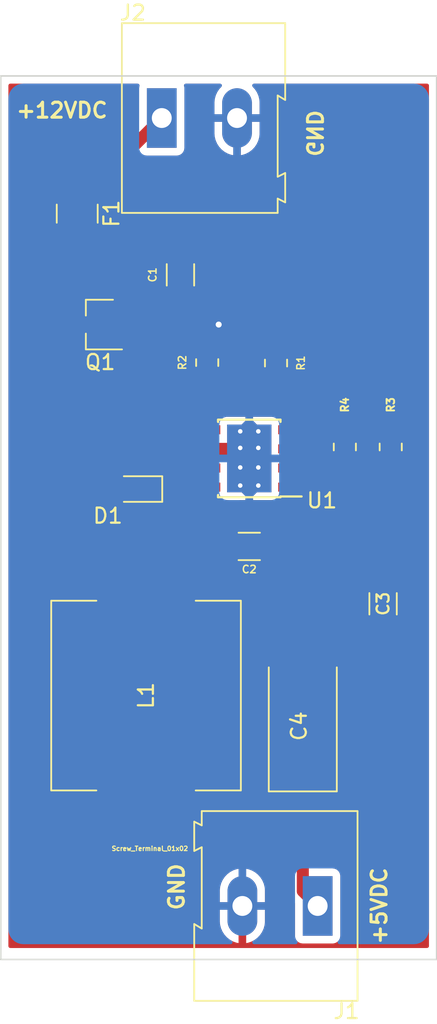
<source format=kicad_pcb>
(kicad_pcb (version 20210126) (generator pcbnew)
  (layers (0 "F.Cu" signal) (31 "B.Cu" signal) (34 "B.Paste" user) (35 "F.Paste" user) (36 "B.SilkS" user "B.Silkscreen") (37 "F.SilkS" user "F.Silkscreen") (38 "B.Mask" user) (39 "F.Mask" user) (44 "Edge.Cuts" user))
  (net 0 "")
  (net 1 "GND")
  (net 2 "Net-(C2-Pad2)")
  (net 3 "Net-(C1-Pad1)")
  (net 4 "Net-(R1-Pad2)")
  (net 5 "F8")
  (net 8 "Net-(C2-Pad1)")
  (net 9 "+5V")
  (net 10 "Net-(F1-Pad2)")
  (net 11 "VCC")
  (footprint "Capacitor_SMD:C_1206_3216Metric_Pad1.33x1.80mm_HandSolder" (layer "F.Cu") (at 115.824 95.758 180)
    (fp_text reference "C2" (at 0 -1.524) (layer "F.SilkS") (effects (font (size 0.5 0.5) (thickness 0.1))))
    (fp_text value "10u")
    (fp_line (start -0.711252 0.91) (end 0.711252 0.91) (layer "F.SilkS") (width 0.12))
    (fp_line (start -0.711252 -0.91) (end 0.711252 -0.91) (layer "F.SilkS") (width 0.12))
    (pad "1" smd roundrect (at -1.5625 0 180) (size 1.325 1.8) (layers "F.Cu" "F.Paste" "F.Mask") (roundrect_rratio 0.188679) (net 8 "Net-(C2-Pad1)"))
    (pad "2" smd roundrect (at 1.5625 0 180) (size 1.325 1.8) (layers "F.Cu" "F.Paste" "F.Mask") (roundrect_rratio 0.188679) (net 2 "Net-(C2-Pad2)"))
  )
  (footprint "TerminalBlock:TerminalBlock_Altech_AK300-2_P5.00mm" (layer "F.Cu") (at 120.367 119.634 180)
    (fp_text reference "J1" (at -1.92 -6.99) (layer "F.SilkS"))
    (fp_text value "Screw_Terminal_01x02" (at 11.147 3.81) (layer "F.SilkS") (effects (font (size 0.3 0.3) (thickness 0.075))))
    (fp_line (start 7.7 6.3) (end 7.7 5.35) (layer "F.SilkS") (width 0.12))
    (fp_line (start 7.7 5.35) (end 8.2 5.6) (layer "F.SilkS") (width 0.12))
    (fp_line (start 8.2 -1.2) (end 8.2 -6.3) (layer "F.SilkS") (width 0.12))
    (fp_line (start -2.65 -6.3) (end -2.65 6.3) (layer "F.SilkS") (width 0.12))
    (fp_line (start 8.2 3.65) (end 7.7 3.9) (layer "F.SilkS") (width 0.12))
    (fp_line (start 7.7 -1.5) (end 8.2 -1.2) (layer "F.SilkS") (width 0.12))
    (fp_line (start 7.7 3.9) (end 7.7 -1.5) (layer "F.SilkS") (width 0.12))
    (fp_line (start 8.2 -6.3) (end -2.65 -6.3) (layer "F.SilkS") (width 0.12))
    (fp_line (start -2.65 6.3) (end 7.7 6.3) (layer "F.SilkS") (width 0.12))
    (fp_line (start 8.2 3.7) (end 8.2 3.65) (layer "F.SilkS") (width 0.12))
    (fp_line (start 8.2 5.6) (end 8.2 3.7) (layer "F.SilkS") (width 0.12))
    (pad "1" thru_hole rect (at 0 0 180) (size 1.98 3.96) (drill 1.32) (layers *.Cu *.Mask) (net 9 "+5V"))
    (pad "2" thru_hole oval (at 5 0 180) (size 1.98 3.96) (drill 1.32) (layers *.Cu *.Mask) (net 1 "GND"))
  )
  (footprint "Fuse:Fuse_1210_3225Metric_Pad1.42x2.65mm_HandSolder" (layer "F.Cu") (at 104.394 73.66 -90)
    (fp_text reference "F1" (at 0 -2.28 90) (layer "F.SilkS"))
    (fp_text value "500mA")
    (fp_line (start -0.602064 1.36) (end 0.602064 1.36) (layer "F.SilkS") (width 0.12))
    (fp_line (start -0.602064 -1.36) (end 0.602064 -1.36) (layer "F.SilkS") (width 0.12))
    (pad "1" smd roundrect (at -1.4875 0 270) (size 1.425 2.65) (layers "F.Cu" "F.Paste" "F.Mask") (roundrect_rratio 0.175439) (net 11 "VCC"))
    (pad "2" smd roundrect (at 1.4875 0 270) (size 1.425 2.65) (layers "F.Cu" "F.Paste" "F.Mask") (roundrect_rratio 0.175439) (net 10 "Net-(F1-Pad2)"))
  )
  (footprint "Resistor_SMD:R_0805_2012Metric_Pad1.20x1.40mm_HandSolder" (layer "F.Cu") (at 113.03 83.55 90)
    (fp_text reference "R2" (at 0 -1.65 90) (layer "F.SilkS") (effects (font (size 0.5 0.5) (thickness 0.1))))
    (fp_text value "100k")
    (fp_line (start -0.227064 -0.735) (end 0.227064 -0.735) (layer "F.SilkS") (width 0.12))
    (fp_line (start -0.227064 0.735) (end 0.227064 0.735) (layer "F.SilkS") (width 0.12))
    (pad "1" smd roundrect (at -1 0 90) (size 1.2 1.4) (layers "F.Cu" "F.Paste" "F.Mask") (roundrect_rratio 0.208333) (net 4 "Net-(R1-Pad2)"))
    (pad "2" smd roundrect (at 1 0 90) (size 1.2 1.4) (layers "F.Cu" "F.Paste" "F.Mask") (roundrect_rratio 0.208333) (net 1 "GND"))
  )
  (footprint "TerminalBlock:TerminalBlock_Altech_AK300-2_P5.00mm" (layer "F.Cu") (at 110.011 67.31)
    (fp_text reference "J2" (at -1.92 -6.99) (layer "F.SilkS"))
    (fp_text value "Screw_Terminal_01x02")
    (fp_line (start 8.2 -1.2) (end 8.2 -6.3) (layer "F.SilkS") (width 0.12))
    (fp_line (start 8.2 3.65) (end 7.7 3.9) (layer "F.SilkS") (width 0.12))
    (fp_line (start 7.7 3.9) (end 7.7 -1.5) (layer "F.SilkS") (width 0.12))
    (fp_line (start 7.7 5.35) (end 8.2 5.6) (layer "F.SilkS") (width 0.12))
    (fp_line (start -2.65 -6.3) (end -2.65 6.3) (layer "F.SilkS") (width 0.12))
    (fp_line (start 7.7 6.3) (end 7.7 5.35) (layer "F.SilkS") (width 0.12))
    (fp_line (start 8.2 -6.3) (end -2.65 -6.3) (layer "F.SilkS") (width 0.12))
    (fp_line (start -2.65 6.3) (end 7.7 6.3) (layer "F.SilkS") (width 0.12))
    (fp_line (start 8.2 5.6) (end 8.2 3.7) (layer "F.SilkS") (width 0.12))
    (fp_line (start 8.2 3.7) (end 8.2 3.65) (layer "F.SilkS") (width 0.12))
    (fp_line (start 7.7 -1.5) (end 8.2 -1.2) (layer "F.SilkS") (width 0.12))
    (pad "1" thru_hole rect (at 0 0) (size 1.98 3.96) (drill 1.32) (layers *.Cu *.Mask) (net 11 "VCC"))
    (pad "2" thru_hole oval (at 5 0) (size 1.98 3.96) (drill 1.32) (layers *.Cu *.Mask) (net 1 "GND"))
  )
  (footprint "Capacitor_Tantalum_SMD:CP_EIA-7343-15_Kemet-W_Pad2.25x2.55mm_HandSolder" (layer "F.Cu") (at 119.38 107.442 90)
    (fp_text reference "C4" (at -0.254 -0.254 90) (layer "F.SilkS"))
    (fp_text value "220u")
    (fp_line (start -4.585 -2.26) (end -4.585 2.26) (layer "F.SilkS") (width 0.12))
    (fp_line (start 3.65 -2.26) (end -4.585 -2.26) (layer "F.SilkS") (width 0.12))
    (fp_line (start -4.585 2.26) (end 3.65 2.26) (layer "F.SilkS") (width 0.12))
    (pad "1" smd roundrect (at -3.2 0 90) (size 2.25 2.55) (layers "F.Cu" "F.Paste" "F.Mask") (roundrect_rratio 0.111111) (net 9 "+5V"))
    (pad "2" smd roundrect (at 3.2 0 90) (size 2.25 2.55) (layers "F.Cu" "F.Paste" "F.Mask") (roundrect_rratio 0.111111) (net 1 "GND"))
  )
  (footprint "Capacitor_SMD:C_1206_3216Metric_Pad1.33x1.80mm_HandSolder" (layer "F.Cu") (at 124.714 99.568 -90)
    (fp_text reference "C3" (at 0 0 90) (layer "F.SilkS") (effects (font (size 0.8 0.8))))
    (fp_text value "10u")
    (fp_line (start -0.711252 0.91) (end 0.711252 0.91) (layer "F.SilkS") (width 0.12))
    (fp_line (start -0.711252 -0.91) (end 0.711252 -0.91) (layer "F.SilkS") (width 0.12))
    (pad "1" smd roundrect (at -1.5625 0 270) (size 1.325 1.8) (layers "F.Cu" "F.Paste" "F.Mask") (roundrect_rratio 0.188679) (net 1 "GND"))
    (pad "2" smd roundrect (at 1.5625 0 270) (size 1.325 1.8) (layers "F.Cu" "F.Paste" "F.Mask") (roundrect_rratio 0.188679) (net 9 "+5V"))
  )
  (footprint "Package_TO_SOT_SMD:SC-59_Handsoldering" (layer "F.Cu") (at 105.918 81.026 180)
    (fp_text reference "Q1" (at 0 -2.5) (layer "F.SilkS"))
    (fp_text value "AO3401A")
    (fp_line (start 0.95 -1.65) (end 0.95 -0.6) (layer "F.SilkS") (width 0.12))
    (fp_line (start -0.85 1.65) (end 0.95 1.65) (layer "F.SilkS") (width 0.12))
    (fp_line (start -1.45 -1.65) (end 0.95 -1.65) (layer "F.SilkS") (width 0.12))
    (fp_line (start 0.95 1.65) (end 0.95 0.6) (layer "F.SilkS") (width 0.12))
    (pad "1" smd rect (at -1.65 -0.95 180) (size 1.8 0.8) (layers "F.Cu" "F.Paste" "F.Mask") (net 1 "GND"))
    (pad "2" smd rect (at -1.65 0.95 180) (size 1.8 0.8) (layers "F.Cu" "F.Paste" "F.Mask") (net 3 "Net-(C1-Pad1)"))
    (pad "3" smd rect (at 1.65 0 180) (size 1.8 0.8) (layers "F.Cu" "F.Paste" "F.Mask") (net 10 "Net-(F1-Pad2)"))
  )
  (footprint "Inductor_SMD:L_12x12mm_H8mm" (layer "F.Cu") (at 108.966 105.664 -90)
    (fp_text reference "L1" (at 0 0 90) (layer "F.SilkS"))
    (fp_text value "+47u")
    (fp_line (start -6.3 -3.3) (end -6.3 -6.3) (layer "F.SilkS") (width 0.12))
    (fp_line (start -6.3 6.3) (end -6.3 3.3) (layer "F.SilkS") (width 0.12))
    (fp_line (start 6.3 -6.3) (end 6.3 -3.3) (layer "F.SilkS") (width 0.12))
    (fp_line (start -6.3 -6.3) (end 6.3 -6.3) (layer "F.SilkS") (width 0.12))
    (fp_line (start 6.3 6.3) (end -6.3 6.3) (layer "F.SilkS") (width 0.12))
    (fp_line (start 6.3 3.3) (end 6.3 6.3) (layer "F.SilkS") (width 0.12))
    (pad "1" smd rect (at -4.95 0 270) (size 2.9 5.4) (layers "F.Cu" "F.Paste" "F.Mask") (net 2 "Net-(C2-Pad2)"))
    (pad "2" smd rect (at 4.95 0 270) (size 2.9 5.4) (layers "F.Cu" "F.Paste" "F.Mask") (net 9 "+5V"))
  )
  (footprint "Capacitor_SMD:C_1206_3216Metric_Pad1.33x1.80mm_HandSolder" (layer "F.Cu") (at 111.252 77.724 90)
    (fp_text reference "C1" (at 0 -1.85 90) (layer "F.SilkS") (effects (font (size 0.5 0.5) (thickness 0.1))))
    (fp_text value "10u")
    (fp_line (start -0.711252 -0.91) (end 0.711252 -0.91) (layer "F.SilkS") (width 0.12))
    (fp_line (start -0.711252 0.91) (end 0.711252 0.91) (layer "F.SilkS") (width 0.12))
    (pad "1" smd roundrect (at -1.5625 0 90) (size 1.325 1.8) (layers "F.Cu" "F.Paste" "F.Mask") (roundrect_rratio 0.188679) (net 3 "Net-(C1-Pad1)"))
    (pad "2" smd roundrect (at 1.5625 0 90) (size 1.325 1.8) (layers "F.Cu" "F.Paste" "F.Mask") (roundrect_rratio 0.188679) (net 1 "GND"))
  )
  (footprint "Resistor_SMD:R_0805_2012Metric_Pad1.20x1.40mm_HandSolder" (layer "F.Cu") (at 122.174 89.154 -90)
    (fp_text reference "R4" (at -2.794 0 90) (layer "F.SilkS") (effects (font (size 0.5 0.5) (thickness 0.125))))
    (fp_text value "3k3")
    (fp_line (start -0.227064 -0.735) (end 0.227064 -0.735) (layer "F.SilkS") (width 0.12))
    (fp_line (start -0.227064 0.735) (end 0.227064 0.735) (layer "F.SilkS") (width 0.12))
    (pad "1" smd roundrect (at -1 0 270) (size 1.2 1.4) (layers "F.Cu" "F.Paste" "F.Mask") (roundrect_rratio 0.208333) (net 5 "F8"))
    (pad "2" smd roundrect (at 1 0 270) (size 1.2 1.4) (layers "F.Cu" "F.Paste" "F.Mask") (roundrect_rratio 0.208333) (net 1 "GND"))
  )
  (footprint "Package_SO:TI_SO-PowerPAD-8_ThermalVias" (layer "F.Cu") (at 115.824 89.916 180)
    (fp_text reference "U1" (at -4.826 -2.794) (layer "F.SilkS"))
    (fp_text value "TPS5430DDA")
    (fp_line (start 2.075 2.575) (end 2.075 2.43) (layer "F.SilkS") (width 0.15))
    (fp_line (start -2.075 2.575) (end 2.075 2.575) (layer "F.SilkS") (width 0.15))
    (fp_line (start -2.075 -2.525) (end -3.475 -2.525) (layer "F.SilkS") (width 0.15))
    (fp_line (start -2.075 -2.575) (end 2.075 -2.575) (layer "F.SilkS") (width 0.15))
    (fp_line (start -2.075 2.575) (end -2.075 2.43) (layer "F.SilkS") (width 0.15))
    (fp_line (start 2.075 -2.575) (end 2.075 -2.43) (layer "F.SilkS") (width 0.15))
    (fp_line (start -2.075 -2.575) (end -2.075 -2.525) (layer "F.SilkS") (width 0.15))
    (pad "1" smd rect (at -2.7 -1.905 180) (size 1.55 0.6) (layers "F.Cu" "F.Paste" "F.Mask") (net 8 "Net-(C2-Pad1)"))
    (pad "2" smd rect (at -2.7 -0.635 180) (size 1.55 0.6) (layers "F.Cu" "F.Paste" "F.Mask"))
    (pad "3" smd rect (at -2.7 0.635 180) (size 1.55 0.6) (layers "F.Cu" "F.Paste" "F.Mask"))
    (pad "4" smd rect (at -2.7 1.905 180) (size 1.55 0.6) (layers "F.Cu" "F.Paste" "F.Mask") (net 5 "F8"))
    (pad "5" smd rect (at 2.7 1.905 180) (size 1.55 0.6) (layers "F.Cu" "F.Paste" "F.Mask") (net 4 "Net-(R1-Pad2)"))
    (pad "6" smd rect (at 2.7 0.635 180) (size 1.55 0.6) (layers "F.Cu" "F.Paste" "F.Mask") (net 1 "GND"))
    (pad "7" smd rect (at 2.7 -0.635 180) (size 1.55 0.6) (layers "F.Cu" "F.Paste" "F.Mask") (net 3 "Net-(C1-Pad1)"))
    (pad "8" smd rect (at 2.7 -1.905 180) (size 1.55 0.6) (layers "F.Cu" "F.Paste" "F.Mask") (net 2 "Net-(C2-Pad2)"))
    (pad "9" smd rect (at 0 0 180) (size 2.95 4.5) (layers "F.Cu") (net 1 "GND"))
    (pad "9" thru_hole circle (at -0.6 -0.6 180) (size 0.6 0.6) (drill 0.3) (layers *.Cu) (net 1 "GND"))
    (pad "9" thru_hole circle (at -0.6 -1.8 180) (size 0.6 0.6) (drill 0.3) (layers *.Cu) (net 1 "GND"))
    (pad "9" smd rect (at 0 0 180) (size 2.95 4.5) (layers "B.Cu") (net 1 "GND"))
    (pad "9" smd rect (at 0 0 180) (size 2.6 3.1) (layers "F.Cu" "F.Paste" "F.Mask") (net 1 "GND"))
    (pad "9" thru_hole circle (at 0.6 -1.8 180) (size 0.6 0.6) (drill 0.3) (layers *.Cu) (net 1 "GND"))
    (pad "9" thru_hole circle (at 0.6 0.7 180) (size 0.6 0.6) (drill 0.3) (layers *.Cu) (net 1 "GND"))
    (pad "9" thru_hole circle (at -0.6 1.8 180) (size 0.6 0.6) (drill 0.3) (layers *.Cu) (net 1 "GND"))
    (pad "9" thru_hole circle (at 0.6 -0.6 180) (size 0.6 0.6) (drill 0.3) (layers *.Cu) (net 1 "GND"))
    (pad "9" thru_hole circle (at 0.6 1.8 180) (size 0.6 0.6) (drill 0.3) (layers *.Cu) (net 1 "GND"))
    (pad "9" thru_hole circle (at -0.6 0.7 180) (size 0.6 0.6) (drill 0.3) (layers *.Cu) (net 1 "GND"))
  )
  (footprint "Resistor_SMD:R_0805_2012Metric_Pad1.20x1.40mm_HandSolder" (layer "F.Cu") (at 125.222 89.154 90)
    (fp_text reference "R3" (at 2.794 0 90) (layer "F.SilkS") (effects (font (size 0.5 0.5) (thickness 0.125))))
    (fp_text value "10k")
    (fp_line (start -0.227064 0.735) (end 0.227064 0.735) (layer "F.SilkS") (width 0.12))
    (fp_line (start -0.227064 -0.735) (end 0.227064 -0.735) (layer "F.SilkS") (width 0.12))
    (pad "1" smd roundrect (at -1 0 90) (size 1.2 1.4) (layers "F.Cu" "F.Paste" "F.Mask") (roundrect_rratio 0.208333) (net 9 "+5V"))
    (pad "2" smd roundrect (at 1 0 90) (size 1.2 1.4) (layers "F.Cu" "F.Paste" "F.Mask") (roundrect_rratio 0.208333) (net 5 "F8"))
  )
  (footprint "Resistor_SMD:R_0805_2012Metric_Pad1.20x1.40mm_HandSolder" (layer "F.Cu") (at 117.602 83.582 -90)
    (fp_text reference "R1" (at 0 -1.65 90) (layer "F.SilkS") (effects (font (size 0.5 0.5) (thickness 0.1))))
    (fp_text value "100k")
    (fp_line (start -0.227064 -0.735) (end 0.227064 -0.735) (layer "F.SilkS") (width 0.12))
    (fp_line (start -0.227064 0.735) (end 0.227064 0.735) (layer "F.SilkS") (width 0.12))
    (pad "1" smd roundrect (at -1 0 270) (size 1.2 1.4) (layers "F.Cu" "F.Paste" "F.Mask") (roundrect_rratio 0.208333) (net 3 "Net-(C1-Pad1)"))
    (pad "2" smd roundrect (at 1 0 270) (size 1.2 1.4) (layers "F.Cu" "F.Paste" "F.Mask") (roundrect_rratio 0.208333) (net 4 "Net-(R1-Pad2)"))
  )
  (footprint "Diode_SMD:D_SOD-323F" (layer "F.Cu") (at 108.542 91.948 180)
    (fp_text reference "D1" (at 2.116 -1.778) (layer "F.SilkS"))
    (fp_text value "B5819W")
    (fp_line (start -1.5 -0.85) (end 1.05 -0.85) (layer "F.SilkS") (width 0.12))
    (fp_line (start -1.5 -0.85) (end -1.5 0.85) (layer "F.SilkS") (width 0.12))
    (fp_line (start -1.5 0.85) (end 1.05 0.85) (layer "F.SilkS") (width 0.12))
    (pad "1" smd rect (at -1.1 0 180) (size 0.5 0.5) (layers "F.Cu" "F.Paste" "F.Mask") (net 2 "Net-(C2-Pad2)"))
    (pad "2" smd rect (at 1.1 0 180) (size 0.5 0.5) (layers "F.Cu" "F.Paste" "F.Mask") (net 1 "GND"))
  )
  (gr_rect (start 99.314 64.516) (end 128.27 123.19) (layer "Edge.Cuts") (width 0.1) (fill none))
  (gr_text "GND" (at 110.998 118.364 90) (layer "F.SilkS") (effects (font (size 1 1) (thickness 0.2))))
  (gr_text "+12VDC" (at 103.378 66.802) (layer "F.SilkS") (effects (font (size 1 1) (thickness 0.2))))
  (gr_text "+5VDC" (at 124.46 119.634 90) (layer "F.SilkS") (effects (font (size 1 1) (thickness 0.2))))
  (gr_text "GND" (at 120.141999 68.326 270) (layer "F.SilkS") (effects (font (size 1 1) (thickness 0.2)) (justify mirror)))
  (segment (start 113.03 82.55) (end 113.03 81.788) (width 0.8) (layer "F.Cu") (net 1))
  (segment (start 113.03 81.788) (end 113.792 81.026) (width 0.8) (layer "F.Cu") (net 1))
  (segment (start 113.124 89.281) (end 115.159 89.281) (width 0.8) (layer "F.Cu") (net 1))
  (segment (start 115.159 89.281) (end 115.224 89.216) (width 0.8) (layer "F.Cu") (net 1))
  (via (at 113.792 81.026) (size 0.8) (drill 0.4) (layers "F.Cu" "B.Cu") (net 1))
  (segment (start 112.997 91.948) (end 113.124 91.821) (width 0.8) (layer "F.Cu") (net 2))
  (segment (start 113.124 94.6205) (end 114.2615 95.758) (width 0.8) (layer "F.Cu") (net 2))
  (segment (start 113.124 91.821) (end 113.124 94.6205) (width 0.8) (layer "F.Cu") (net 2))
  (segment (start 108.966 98.298) (end 108.966 100.714) (width 0.8) (layer "F.Cu") (net 2))
  (segment (start 114.2615 95.758) (end 111.506 95.758) (width 0.8) (layer "F.Cu") (net 2))
  (segment (start 111.506 95.758) (end 108.966 98.298) (width 0.8) (layer "F.Cu") (net 2))
  (segment (start 109.642 91.948) (end 112.997 91.948) (width 0.8) (layer "F.Cu") (net 2))
  (segment (start 111.252 79.2865) (end 114.3065 79.2865) (width 0.8) (layer "F.Cu") (net 3))
  (segment (start 113.124 90.551) (end 112.23898 90.551) (width 0.8) (layer "F.Cu") (net 3))
  (segment (start 108.016 80.076) (end 107.568 80.076) (width 0.8) (layer "F.Cu") (net 3))
  (segment (start 109.982 88.29402) (end 109.982 82.042) (width 0.8) (layer "F.Cu") (net 3))
  (segment (start 114.3065 79.2865) (end 117.602 82.582) (width 0.8) (layer "F.Cu") (net 3))
  (segment (start 109.982 82.042) (end 108.016 80.076) (width 0.8) (layer "F.Cu") (net 3))
  (segment (start 112.23898 90.551) (end 109.982 88.29402) (width 0.8) (layer "F.Cu") (net 3))
  (segment (start 113.03 87.917) (end 113.124 88.011) (width 0.8) (layer "F.Cu") (net 4))
  (segment (start 113.062 84.582) (end 113.03 84.55) (width 0.8) (layer "F.Cu") (net 4))
  (segment (start 117.602 84.582) (end 113.062 84.582) (width 0.8) (layer "F.Cu") (net 4))
  (segment (start 113.03 84.55) (end 113.03 87.917) (width 0.8) (layer "F.Cu") (net 4))
  (segment (start 118.524 88.011) (end 125.079 88.011) (width 0.8) (layer "F.Cu") (net 5))
  (segment (start 125.079 88.011) (end 125.222 88.154) (width 0.8) (layer "F.Cu") (net 5))
  (segment (start 118.524 94.6205) (end 117.3865 95.758) (width 0.8) (layer "F.Cu") (net 8))
  (segment (start 118.524 91.821) (end 118.524 94.6205) (width 0.8) (layer "F.Cu") (net 8))
  (segment (start 124.714 101.1305) (end 124.714 105.308) (width 0.8) (layer "F.Cu") (net 9))
  (segment (start 119.38 110.642) (end 119.38 118.647) (width 0.8) (layer "F.Cu") (net 9))
  (segment (start 126.21402 91.14602) (end 126.21402 99.63048) (width 0.8) (layer "F.Cu") (net 9))
  (segment (start 119.38 118.647) (end 120.367 119.634) (width 0.8) (layer "F.Cu") (net 9))
  (segment (start 125.222 90.154) (end 126.21402 91.14602) (width 0.8) (layer "F.Cu") (net 9))
  (segment (start 119.352 110.614) (end 119.38 110.642) (width 0.8) (layer "F.Cu") (net 9))
  (segment (start 108.966 110.614) (end 119.352 110.614) (width 0.8) (layer "F.Cu") (net 9))
  (segment (start 124.714 105.308) (end 119.38 110.642) (width 0.8) (layer "F.Cu") (net 9))
  (segment (start 126.21402 99.63048) (end 124.714 101.1305) (width 0.8) (layer "F.Cu") (net 9))
  (segment (start 104.394 75.1475) (end 104.394 80.9) (width 0.8) (layer "F.Cu") (net 10))
  (segment (start 104.394 80.9) (end 104.268 81.026) (width 0.8) (layer "F.Cu") (net 10))
  (segment (start 105.1485 72.1725) (end 110.011 67.31) (width 0.8) (layer "F.Cu") (net 11))
  (segment (start 104.394 72.1725) (end 105.1485 72.1725) (width 0.8) (layer "F.Cu") (net 11))
  (zone (net 1) (net_name "GND") (layer "F.Cu") (connect_pads (clearance 0.508)) (min_thickness 0.254) (fill yes (thermal_gap 0.508) (thermal_bridge_width 0.508))
    (polygon (pts (xy 127.762 122.428) (xy 99.822 122.428) (xy 99.822 65.024) (xy 127.762 65.024)))
  )
  (zone (net 2) (net_name "Net-(C2-Pad2)") (layer "F.Cu") (priority 1) (connect_pads (clearance 0.508)) (min_thickness 0.254) (fill yes (thermal_gap 0.508) (thermal_bridge_width 0.508))
    (polygon (pts (xy 114.554 102.616) (xy 105.664 102.616) (xy 105.664 95.504) (xy 108.458 95.504) (xy 108.458 91.44) (xy 114.554 91.44)))
  )
  (zone (net 3) (net_name "Net-(C1-Pad1)") (layer "F.Cu") (priority 1) (connect_pads (clearance 0.508)) (min_thickness 0.254) (fill yes (thermal_gap 0.508) (thermal_bridge_width 0.508))
    (polygon (pts (xy 112.014 80.518) (xy 107.188 80.518) (xy 107.188 79.248) (xy 109.855 79.248) (xy 112.014 78.994)))
  )
  (zone (net 1) (net_name "GND") (layer "B.Cu") (name "ground") (connect_pads (clearance 0.508)) (min_thickness 0.254) (fill yes (thermal_gap 0.508) (thermal_bridge_width 0.508) (smoothing fillet) (radius 1))
    (polygon (pts (xy 127.762 122.174) (xy 99.822 122.174) (xy 99.822 65.024) (xy 127.762 65.024)))
  )
)
</source>
